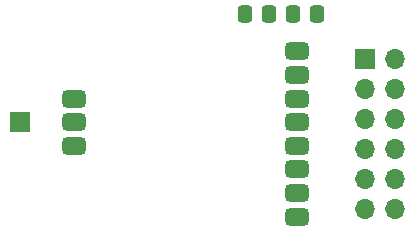
<source format=gbr>
%TF.GenerationSoftware,KiCad,Pcbnew,7.0.1*%
%TF.CreationDate,2023-04-28T09:32:53+02:00*%
%TF.ProjectId,CC1101_ANT,43433131-3031-45f4-914e-542e6b696361,rev?*%
%TF.SameCoordinates,Original*%
%TF.FileFunction,Soldermask,Top*%
%TF.FilePolarity,Negative*%
%FSLAX46Y46*%
G04 Gerber Fmt 4.6, Leading zero omitted, Abs format (unit mm)*
G04 Created by KiCad (PCBNEW 7.0.1) date 2023-04-28 09:32:53*
%MOMM*%
%LPD*%
G01*
G04 APERTURE LIST*
G04 Aperture macros list*
%AMRoundRect*
0 Rectangle with rounded corners*
0 $1 Rounding radius*
0 $2 $3 $4 $5 $6 $7 $8 $9 X,Y pos of 4 corners*
0 Add a 4 corners polygon primitive as box body*
4,1,4,$2,$3,$4,$5,$6,$7,$8,$9,$2,$3,0*
0 Add four circle primitives for the rounded corners*
1,1,$1+$1,$2,$3*
1,1,$1+$1,$4,$5*
1,1,$1+$1,$6,$7*
1,1,$1+$1,$8,$9*
0 Add four rect primitives between the rounded corners*
20,1,$1+$1,$2,$3,$4,$5,0*
20,1,$1+$1,$4,$5,$6,$7,0*
20,1,$1+$1,$6,$7,$8,$9,0*
20,1,$1+$1,$8,$9,$2,$3,0*%
G04 Aperture macros list end*
%ADD10R,1.700000X1.700000*%
%ADD11O,1.700000X1.700000*%
%ADD12RoundRect,0.250000X0.337500X0.475000X-0.337500X0.475000X-0.337500X-0.475000X0.337500X-0.475000X0*%
%ADD13RoundRect,0.375000X0.625000X-0.375000X0.625000X0.375000X-0.625000X0.375000X-0.625000X-0.375000X0*%
%ADD14RoundRect,0.250000X-0.337500X-0.475000X0.337500X-0.475000X0.337500X0.475000X-0.337500X0.475000X0*%
G04 APERTURE END LIST*
D10*
%TO.C,J1*%
X149860000Y-43180000D03*
D11*
X152400000Y-43180000D03*
X149860000Y-45720000D03*
X152400000Y-45720000D03*
X149860000Y-48260000D03*
X152400000Y-48260000D03*
X149860000Y-50800000D03*
X152400000Y-50800000D03*
X149860000Y-53340000D03*
X152400000Y-53340000D03*
X149860000Y-55880000D03*
X152400000Y-55880000D03*
%TD*%
D10*
%TO.C,J2*%
X120650000Y-48545000D03*
%TD*%
D12*
%TO.C,C1*%
X141775000Y-39370000D03*
X139700000Y-39370000D03*
%TD*%
D13*
%TO.C,U1*%
X144145000Y-42545000D03*
X144145000Y-44545000D03*
X144145000Y-46545000D03*
X144145000Y-48545000D03*
X144145000Y-50545000D03*
X144145000Y-52545000D03*
X144145000Y-54545000D03*
X144145000Y-56545000D03*
X125245000Y-50545000D03*
X125245000Y-48545000D03*
X125245000Y-46545000D03*
%TD*%
D14*
%TO.C,C2*%
X143742500Y-39370000D03*
X145817500Y-39370000D03*
%TD*%
M02*

</source>
